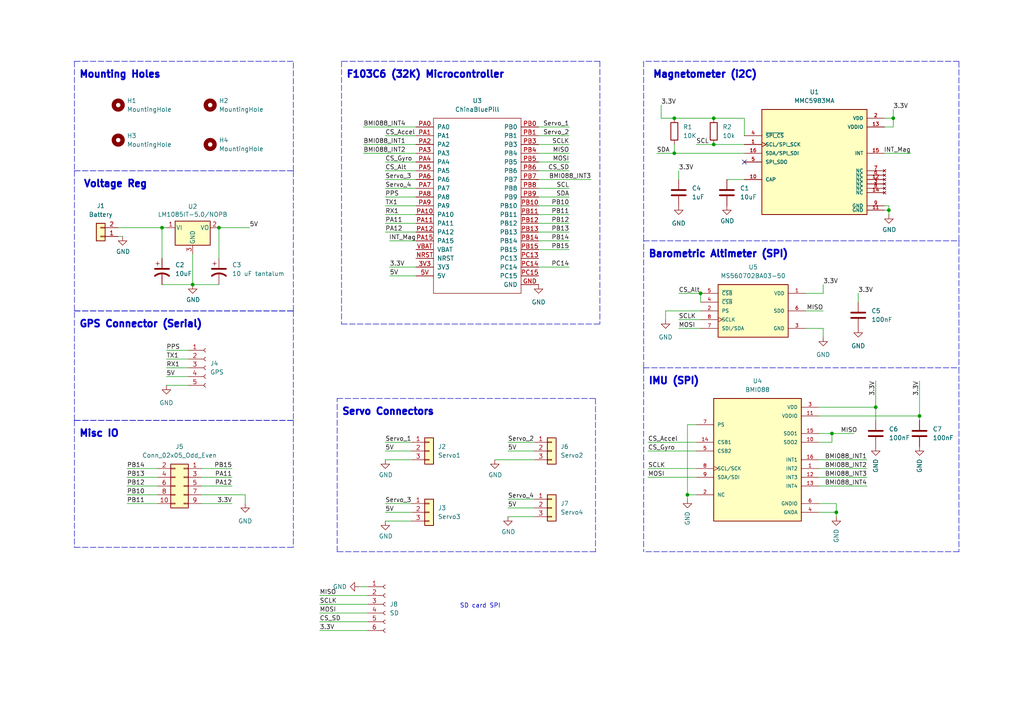
<source format=kicad_sch>
(kicad_sch (version 20211123) (generator eeschema)
  (paper "A4")
  (title_block (title "OBC"))
  (lib_symbols
    (symbol "BMI088:BMI088" (pin_names (offset 1.016))
      (property "Reference" "U" (at -12.7 18.415 0))
      (property "Value" "BMI088" (at -12.7 -20.32 0))
      (symbol "BMI088_0_0"
        (rectangle (start -12.7 -17.78) (end 12.7 17.78) (stroke (width 0.254)) (fill (type background)))
        (pin bidirectional line (at 17.78 -2.54 180) (length 5.08) (name "INT2") (number "1"))
        (pin output line (at 17.78 5.08 180) (length 5.08) (name "SDO2") (number "10"))
        (pin power_in line (at 17.78 12.7 180) (length 5.08) (name "VDDIO") (number "11"))
        (pin bidirectional line (at 17.78 -5.08 180) (length 5.08) (name "INT3") (number "12"))
        (pin bidirectional line (at 17.78 -7.62 180) (length 5.08) (name "INT4") (number "13"))
        (pin input line (at -17.78 5.08 0) (length 5.08) (name "CSB1") (number "14"))
        (pin output line (at 17.78 7.62 180) (length 5.08) (name "SDO1") (number "15"))
        (pin bidirectional line (at 17.78 0 180) (length 5.08) (name "INT1") (number "16"))
        (pin passive line (at -17.78 -10.16 0) (length 5.08) (name "NC") (number "2"))
        (pin power_in line (at 17.78 15.24 180) (length 5.08) (name "VDD") (number "3"))
        (pin power_in line (at 17.78 -15.24 180) (length 5.08) (name "GNDA") (number "4"))
        (pin input line (at -17.78 2.54 0) (length 5.08) (name "CSB2") (number "5"))
        (pin power_in line (at 17.78 -12.7 180) (length 5.08) (name "GNDIO") (number "6"))
        (pin input line (at -17.78 10.16 0) (length 5.08) (name "PS") (number "7"))
        (pin input clock (at -17.78 -2.54 0) (length 5.08) (name "SCL/SCK") (number "8"))
        (pin bidirectional line (at -17.78 -5.08 0) (length 5.08) (name "SDA/SDI") (number "9"))
      )
    )
    (symbol "Blue Pill + others:ChinaBluePill" (pin_names (offset 1.016))
      (property "Reference" "U" (at 0 2.54 0))
      (property "Value" "ChinaBluePill" (at 0 0 0))
      (symbol "ChinaBluePill_0_1"
        (rectangle (start -12.7 16.51) (end 12.7 -34.29))
      )
      (symbol "ChinaBluePill_1_1"
        (pin input line (at -17.78 -26.67 0) (length 5.08) (name "3V3") (number "3V3"))
        (pin input line (at -17.78 -29.21 0) (length 5.08) (name "5V") (number "5V"))
        (pin input line (at 17.78 -31.75 180) (length 5.08) (name "GND") (number "GND"))
        (pin input line (at -17.78 -24.13 0) (length 5.08) (name "NRST") (number "NRST"))
        (pin input line (at -17.78 13.97 0) (length 5.08) (name "PA0") (number "PA0"))
        (pin input line (at -17.78 11.43 0) (length 5.08) (name "PA1") (number "PA1"))
        (pin input line (at -17.78 -11.43 0) (length 5.08) (name "PA10") (number "PA10"))
        (pin input line (at -17.78 -13.97 0) (length 5.08) (name "PA11") (number "PA11"))
        (pin input line (at -17.78 -16.51 0) (length 5.08) (name "PA12") (number "PA12"))
        (pin input line (at -17.78 -19.05 0) (length 5.08) (name "PA15") (number "PA15"))
        (pin input line (at -17.78 8.89 0) (length 5.08) (name "PA2") (number "PA2"))
        (pin input line (at -17.78 6.35 0) (length 5.08) (name "PA3") (number "PA3"))
        (pin input line (at -17.78 3.81 0) (length 5.08) (name "PA4") (number "PA4"))
        (pin input line (at -17.78 1.27 0) (length 5.08) (name "PA5") (number "PA5"))
        (pin input line (at -17.78 -1.27 0) (length 5.08) (name "PA6") (number "PA6"))
        (pin input line (at -17.78 -3.81 0) (length 5.08) (name "PA7") (number "PA7"))
        (pin input line (at -17.78 -6.35 0) (length 5.08) (name "PA8") (number "PA8"))
        (pin input line (at -17.78 -8.89 0) (length 5.08) (name "PA9") (number "PA9"))
        (pin input line (at 17.78 13.97 180) (length 5.08) (name "PB0") (number "PB0"))
        (pin input line (at 17.78 11.43 180) (length 5.08) (name "PB1") (number "PB1"))
        (pin input line (at 17.78 -8.89 180) (length 5.08) (name "PB10") (number "PB10"))
        (pin input line (at 17.78 -11.43 180) (length 5.08) (name "PB11") (number "PB11"))
        (pin input line (at 17.78 -13.97 180) (length 5.08) (name "PB12") (number "PB12"))
        (pin input line (at 17.78 -16.51 180) (length 5.08) (name "PB13") (number "PB13"))
        (pin input line (at 17.78 -19.05 180) (length 5.08) (name "PB14") (number "PB14"))
        (pin input line (at 17.78 -21.59 180) (length 5.08) (name "PB15") (number "PB15"))
        (pin input line (at 17.78 8.89 180) (length 5.08) (name "PB3") (number "PB3"))
        (pin input line (at 17.78 6.35 180) (length 5.08) (name "PB4") (number "PB4"))
        (pin input line (at 17.78 3.81 180) (length 5.08) (name "PB5") (number "PB5"))
        (pin input line (at 17.78 1.27 180) (length 5.08) (name "PB6") (number "PB6"))
        (pin input line (at 17.78 -1.27 180) (length 5.08) (name "PB7") (number "PB7"))
        (pin input line (at 17.78 -3.81 180) (length 5.08) (name "PB8") (number "PB8"))
        (pin input line (at 17.78 -6.35 180) (length 5.08) (name "PB9") (number "PB9"))
        (pin input line (at 17.78 -24.13 180) (length 5.08) (name "PC13") (number "PC13"))
        (pin input line (at 17.78 -26.67 180) (length 5.08) (name "PC14") (number "PC14"))
        (pin input line (at 17.78 -29.21 180) (length 5.08) (name "PC15") (number "PC15"))
        (pin input line (at -17.78 -21.59 0) (length 5.08) (name "VBAT") (number "VBAT"))
      )
    )
    (symbol "Connector:Conn_01x05_Female" (pin_names (offset 1.016) hide)
      (property "Reference" "J" (at 0 7.62 0))
      (property "Value" "Conn_01x05_Female" (at 0 -7.62 0))
      (symbol "Conn_01x05_Female_1_1"
        (arc (start 0 -4.572) (mid -0.508 -5.08) (end 0 -5.588) (stroke (width 0.1524)))
        (arc (start 0 -2.032) (mid -0.508 -2.54) (end 0 -3.048) (stroke (width 0.1524)))
        (polyline (pts (xy -1.27 -5.08) (xy -0.508 -5.08)) (stroke (width 0.1524)))
        (polyline (pts (xy -1.27 -2.54) (xy -0.508 -2.54)) (stroke (width 0.1524)))
        (polyline (pts (xy -1.27 0) (xy -0.508 0)) (stroke (width 0.1524)))
        (polyline (pts (xy -1.27 2.54) (xy -0.508 2.54)) (stroke (width 0.1524)))
        (polyline (pts (xy -1.27 5.08) (xy -0.508 5.08)) (stroke (width 0.1524)))
        (arc (start 0 0.508) (mid -0.508 0) (end 0 -0.508) (stroke (width 0.1524)))
        (arc (start 0 3.048) (mid -0.508 2.54) (end 0 2.032) (stroke (width 0.1524)))
        (arc (start 0 5.588) (mid -0.508 5.08) (end 0 4.572) (stroke (width 0.1524)))
        (pin passive line (at -5.08 5.08 0) (length 3.81) (name "Pin_1") (number "1"))
        (pin passive line (at -5.08 2.54 0) (length 3.81) (name "Pin_2") (number "2"))
        (pin passive line (at -5.08 0 0) (length 3.81) (name "Pin_3") (number "3"))
        (pin passive line (at -5.08 -2.54 0) (length 3.81) (name "Pin_4") (number "4"))
        (pin passive line (at -5.08 -5.08 0) (length 3.81) (name "Pin_5") (number "5"))
      )
    )
    (symbol "Connector:Conn_01x06_Female" (pin_names (offset 1.016) hide)
      (property "Reference" "J" (at 0 7.62 0))
      (property "Value" "Conn_01x06_Female" (at 0 -10.16 0))
      (symbol "Conn_01x06_Female_1_1"
        (arc (start 0 -7.112) (mid -0.508 -7.62) (end 0 -8.128) (stroke (width 0.1524)))
        (arc (start 0 -4.572) (mid -0.508 -5.08) (end 0 -5.588) (stroke (width 0.1524)))
        (arc (start 0 -2.032) (mid -0.508 -2.54) (end 0 -3.048) (stroke (width 0.1524)))
        (polyline (pts (xy -1.27 -7.62) (xy -0.508 -7.62)) (stroke (width 0.1524)))
        (polyline (pts (xy -1.27 -5.08) (xy -0.508 -5.08)) (stroke (width 0.1524)))
        (polyline (pts (xy -1.27 -2.54) (xy -0.508 -2.54)) (stroke (width 0.1524)))
        (polyline (pts (xy -1.27 0) (xy -0.508 0)) (stroke (width 0.1524)))
        (polyline (pts (xy -1.27 2.54) (xy -0.508 2.54)) (stroke (width 0.1524)))
        (polyline (pts (xy -1.27 5.08) (xy -0.508 5.08)) (stroke (width 0.1524)))
        (arc (start 0 0.508) (mid -0.508 0) (end 0 -0.508) (stroke (width 0.1524)))
        (arc (start 0 3.048) (mid -0.508 2.54) (end 0 2.032) (stroke (width 0.1524)))
        (arc (start 0 5.588) (mid -0.508 5.08) (end 0 4.572) (stroke (width 0.1524)))
        (pin passive line (at -5.08 5.08 0) (length 3.81) (name "Pin_1") (number "1"))
        (pin passive line (at -5.08 2.54 0) (length 3.81) (name "Pin_2") (number "2"))
        (pin passive line (at -5.08 0 0) (length 3.81) (name "Pin_3") (number "3"))
        (pin passive line (at -5.08 -2.54 0) (length 3.81) (name "Pin_4") (number "4"))
        (pin passive line (at -5.08 -5.08 0) (length 3.81) (name "Pin_5") (number "5"))
        (pin passive line (at -5.08 -7.62 0) (length 3.81) (name "Pin_6") (number "6"))
      )
    )
    (symbol "Connector_Generic:Conn_01x02" (pin_names (offset 1.016) hide)
      (property "Reference" "J" (at 0 2.54 0))
      (property "Value" "Conn_01x02" (at 0 -5.08 0))
      (symbol "Conn_01x02_1_1"
        (rectangle (start -1.27 -2.413) (end 0 -2.667) (stroke (width 0.1524)))
        (rectangle (start -1.27 0.127) (end 0 -0.127) (stroke (width 0.1524)))
        (rectangle (start -1.27 1.27) (end 1.27 -3.81) (stroke (width 0.254)) (fill (type background)))
        (pin passive line (at -5.08 0 0) (length 3.81) (name "Pin_1") (number "1"))
        (pin passive line (at -5.08 -2.54 0) (length 3.81) (name "Pin_2") (number "2"))
      )
    )
    (symbol "Connector_Generic:Conn_01x03" (pin_names (offset 1.016) hide)
      (property "Reference" "J" (at 0 5.08 0))
      (property "Value" "Conn_01x03" (at 0 -5.08 0))
      (symbol "Conn_01x03_1_1"
        (rectangle (start -1.27 -2.413) (end 0 -2.667) (stroke (width 0.1524)))
        (rectangle (start -1.27 0.127) (end 0 -0.127) (stroke (width 0.1524)))
        (rectangle (start -1.27 2.667) (end 0 2.413) (stroke (width 0.1524)))
        (rectangle (start -1.27 3.81) (end 1.27 -3.81) (stroke (width 0.254)) (fill (type background)))
        (pin passive line (at -5.08 2.54 0) (length 3.81) (name "Pin_1") (number "1"))
        (pin passive line (at -5.08 0 0) (length 3.81) (name "Pin_2") (number "2"))
        (pin passive line (at -5.08 -2.54 0) (length 3.81) (name "Pin_3") (number "3"))
      )
    )
    (symbol "Connector_Generic:Conn_02x05_Odd_Even" (pin_names (offset 1.016) hide)
      (property "Reference" "J" (at 1.27 7.62 0))
      (property "Value" "Conn_02x05_Odd_Even" (at 1.27 -7.62 0))
      (symbol "Conn_02x05_Odd_Even_1_1"
        (rectangle (start -1.27 -4.953) (end 0 -5.207) (stroke (width 0.1524)))
        (rectangle (start -1.27 -2.413) (end 0 -2.667) (stroke (width 0.1524)))
        (rectangle (start -1.27 0.127) (end 0 -0.127) (stroke (width 0.1524)))
        (rectangle (start -1.27 2.667) (end 0 2.413) (stroke (width 0.1524)))
        (rectangle (start -1.27 5.207) (end 0 4.953) (stroke (width 0.1524)))
        (rectangle (start -1.27 6.35) (end 3.81 -6.35) (stroke (width 0.254)) (fill (type background)))
        (rectangle (start 3.81 -4.953) (end 2.54 -5.207) (stroke (width 0.1524)))
        (rectangle (start 3.81 -2.413) (end 2.54 -2.667) (stroke (width 0.1524)))
        (rectangle (start 3.81 0.127) (end 2.54 -0.127) (stroke (width 0.1524)))
        (rectangle (start 3.81 2.667) (end 2.54 2.413) (stroke (width 0.1524)))
        (rectangle (start 3.81 5.207) (end 2.54 4.953) (stroke (width 0.1524)))
        (pin passive line (at -5.08 5.08 0) (length 3.81) (name "Pin_1") (number "1"))
        (pin passive line (at 7.62 -5.08 180) (length 3.81) (name "Pin_10") (number "10"))
        (pin passive line (at 7.62 5.08 180) (length 3.81) (name "Pin_2") (number "2"))
        (pin passive line (at -5.08 2.54 0) (length 3.81) (name "Pin_3") (number "3"))
        (pin passive line (at 7.62 2.54 180) (length 3.81) (name "Pin_4") (number "4"))
        (pin passive line (at -5.08 0 0) (length 3.81) (name "Pin_5") (number "5"))
        (pin passive line (at 7.62 0 180) (length 3.81) (name "Pin_6") (number "6"))
        (pin passive line (at -5.08 -2.54 0) (length 3.81) (name "Pin_7") (number "7"))
        (pin passive line (at 7.62 -2.54 180) (length 3.81) (name "Pin_8") (number "8"))
        (pin passive line (at -5.08 -5.08 0) (length 3.81) (name "Pin_9") (number "9"))
      )
    )
    (symbol "Device:C" (pin_numbers hide) (pin_names (offset 0.254))
      (property "Reference" "C" (at 0.635 2.54 0))
      (property "Value" "C" (at 0.635 -2.54 0))
      (symbol "C_0_1"
        (polyline (pts (xy -2.032 -0.762) (xy 2.032 -0.762)) (stroke (width 0.508)))
        (polyline (pts (xy -2.032 0.762) (xy 2.032 0.762)) (stroke (width 0.508)))
      )
      (symbol "C_1_1"
        (pin passive line (at 0 3.81 270) (length 2.794) (name "~") (number "1"))
        (pin passive line (at 0 -3.81 90) (length 2.794) (name "~") (number "2"))
      )
    )
    (symbol "Device:C_Polarized_US" (pin_numbers hide) (pin_names (offset 0.254) hide)
      (property "Reference" "C" (at 0.635 2.54 0))
      (property "Value" "C_Polarized_US" (at 0.635 -2.54 0))
      (symbol "C_Polarized_US_0_1"
        (polyline (pts (xy -2.032 0.762) (xy 2.032 0.762)) (stroke (width 0.508)))
        (polyline (pts (xy -1.778 2.286) (xy -0.762 2.286)))
        (polyline (pts (xy -1.27 1.778) (xy -1.27 2.794)))
        (arc (start 2.032 -1.27) (mid 0 -0.5572) (end -2.032 -1.27) (stroke (width 0.508)))
      )
      (symbol "C_Polarized_US_1_1"
        (pin passive line (at 0 3.81 270) (length 2.794) (name "~") (number "1"))
        (pin passive line (at 0 -3.81 90) (length 3.302) (name "~") (number "2"))
      )
    )
    (symbol "Device:R" (pin_numbers hide) (pin_names (offset 0))
      (property "Reference" "R" (at 2.032 0 90))
      (property "Value" "R" (at 0 0 90))
      (symbol "R_0_1"
        (rectangle (start -1.016 -2.54) (end 1.016 2.54) (stroke (width 0.254)))
      )
      (symbol "R_1_1"
        (pin passive line (at 0 3.81 270) (length 1.27) (name "~") (number "1"))
        (pin passive line (at 0 -3.81 90) (length 1.27) (name "~") (number "2"))
      )
    )
    (symbol "LF15_TO220_1" (pin_names (offset 0.254))
      (property "Reference" "U4" (at 0 6.1468 0))
      (property "Value" "LF15_TO220_1" (at 0 3.8354 0))
      (symbol "LF15_TO220_1_0_1"
        (rectangle (start -5.08 1.905) (end 5.08 -5.08) (stroke (width 0.254)) (fill (type background)))
      )
      (symbol "LF15_TO220_1_1_1"
        (pin power_in line (at -7.62 0 0) (length 2.54) (name "VI") (number "1"))
        (pin power_out line (at 7.62 0 180) (length 2.54) (name "VO") (number "2"))
        (pin power_in line (at 0 -7.62 90) (length 2.54) (name "GND") (number "3"))
      )
    )
    (symbol "MMC5983MA:MMC5983MA" (pin_names (offset 1.016))
      (property "Reference" "U?" (at 0 20.32 0))
      (property "Value" "MMC5983MA" (at 0 17.78 0))
      (symbol "MMC5983MA_0_0"
        (rectangle (start -15.24 -15.24) (end 15.24 15.24) (stroke (width 0.254)) (fill (type background)))
        (pin input clock (at -20.32 5.08 0) (length 5.08) (name "SCL/SPI_SCK") (number "1"))
        (pin passive line (at -20.32 -5.08 0) (length 5.08) (name "CAP") (number "10"))
        (pin power_in line (at 20.32 -13.97 180) (length 5.08) (name "GND") (number "11"))
        (pin no_connect line (at 20.32 -5.08 180) (length 5.08) (name "NC") (number "12"))
        (pin power_in line (at 20.32 10.16 180) (length 5.08) (name "VDDIO") (number "13"))
        (pin no_connect line (at 20.32 -8.89 180) (length 5.08) (name "NC") (number "14"))
        (pin output line (at 20.32 2.54 180) (length 5.08) (name "INT") (number "15"))
        (pin bidirectional line (at -20.32 2.54 0) (length 5.08) (name "SDA/SPI_SDI") (number "16"))
        (pin power_in line (at 20.32 12.7 180) (length 5.08) (name "VDD") (number "2"))
        (pin no_connect line (at 20.32 -6.35 180) (length 5.08) (name "NC") (number "3"))
        (pin input line (at -20.32 7.62 0) (length 5.08) (name "~{SPI_CS}") (number "4"))
        (pin output line (at -20.32 0 0) (length 5.08) (name "SPI_SDO") (number "5"))
        (pin no_connect line (at 20.32 -3.81 180) (length 5.08) (name "NC") (number "6"))
        (pin no_connect line (at 20.32 -2.54 180) (length 5.08) (name "NC") (number "7"))
        (pin no_connect line (at 20.32 -7.62 180) (length 5.08) (name "NC") (number "8"))
        (pin power_in line (at 20.32 -12.7 180) (length 5.08) (name "GND") (number "9"))
      )
    )
    (symbol "MS5607-02BA03:MS560702BA03-50" (pin_names (offset 1.016))
      (property "Reference" "U?" (at 0 12.7 0))
      (property "Value" "MS560702BA03-50" (at 0 10.16 0))
      (symbol "MS560702BA03-50_0_0"
        (rectangle (start -10.16 -7.62) (end 10.16 7.62) (stroke (width 0.254)) (fill (type background)))
        (pin power_in line (at 15.24 5.08 180) (length 5.08) (name "VDD") (number "1"))
        (pin input line (at -15.24 0 0) (length 5.08) (name "PS") (number "2"))
        (pin power_in line (at 15.24 -5.08 180) (length 5.08) (name "GND") (number "3"))
        (pin input line (at -15.24 2.54 0) (length 5.08) (name "~{CSB}") (number "4"))
        (pin input line (at -15.24 5.08 0) (length 5.08) (name "~{CSB}") (number "5"))
        (pin output line (at 15.24 0 180) (length 5.08) (name "SDO") (number "6"))
        (pin bidirectional line (at -15.24 -5.08 0) (length 5.08) (name "SDI/SDA") (number "7"))
        (pin input clock (at -15.24 -2.54 0) (length 5.08) (name "SCLK") (number "8"))
      )
    )
    (symbol "Mechanical:MountingHole" (pin_names (offset 1.016))
      (property "Reference" "H" (at 0 5.08 0))
      (property "Value" "MountingHole" (at 0 3.175 0))
      (symbol "MountingHole_0_1"
        (circle (center 0 0) (radius 1.27) (stroke (width 1.27)))
      )
    )
    (symbol "power:GND" (power) (pin_names (offset 0))
      (property "Value" "GND" (at 0 -3.81 0))
      (symbol "GND_0_1"
        (polyline (pts (xy 0 0) (xy 0 -1.27) (xy 1.27 -1.27) (xy 0 -2.54) (xy -1.27 -1.27) (xy 0 -1.27)))
      )
      (symbol "GND_1_1"
        (pin power_in line (at 0 0 270) (length 0) hide (name "GND") (number "1"))
      )
    )
  )
  (junction (at 207.01 41.91))
  (junction (at 241.3 125.73))
  (junction (at 207.01 34.29))
  (junction (at 195.58 34.29))
  (junction (at 266.7 120.65))
  (junction (at 242.57 148.59))
  (junction (at 195.58 44.45))
  (junction (at 203.2 85.09))
  (junction (at 257.81 60.96))
  (junction (at 259.08 34.29))
  (junction (at 46.99 66.04))
  (junction (at 199.39 143.51))
  (junction (at 55.88 82.55))
  (junction (at 63.5 66.04))
  (junction (at 254 118.11))
  (no_connect (at 215.9 46.99))
  (wire (pts (xy 120.65 41.91) (xy 105.41 41.91)))
  (wire (pts (xy 254 110.49) (xy 254 118.11)))
  (wire (pts (xy 48.26 101.6) (xy 54.61 101.6)))
  (wire (pts (xy 111.76 54.61) (xy 120.65 54.61)))
  (wire (pts (xy 113.03 80.01) (xy 120.65 80.01)))
  (wire (pts (xy 196.85 92.71) (xy 203.2 92.71)))
  (polyline (pts (xy 85.09 49.53) (xy 85.09 17.78)))
  (wire (pts (xy 256.54 44.45) (xy 264.16 44.45)))
  (wire (pts (xy 237.49 120.65) (xy 266.7 120.65)))
  (polyline (pts (xy 278.13 160.02) (xy 186.69 160.02)))
  (wire (pts (xy 143.51 133.35) (xy 154.94 133.35)))
  (wire (pts (xy 242.57 148.59) (xy 242.57 149.86)))
  (polyline (pts (xy 97.79 115.57) (xy 172.72 115.57)))
  (wire (pts (xy 195.58 44.45) (xy 215.9 44.45)))
  (polyline (pts (xy 21.59 49.53) (xy 85.09 49.53)))
  (wire (pts (xy 111.76 133.35) (xy 119.38 133.35)))
  (wire (pts (xy 203.2 85.09) (xy 203.2 87.63)))
  (wire (pts (xy 63.5 74.93) (xy 63.5 66.04)))
  (wire (pts (xy 210.82 52.07) (xy 215.9 52.07)))
  (wire (pts (xy 187.96 138.43) (xy 201.93 138.43)))
  (wire (pts (xy 203.2 85.09) (xy 196.85 85.09)))
  (polyline (pts (xy 173.99 17.78) (xy 173.99 93.98)))
  (wire (pts (xy 55.88 73.66) (xy 55.88 82.55)))
  (wire (pts (xy 237.49 133.35) (xy 251.46 133.35)))
  (polyline (pts (xy 278.13 69.85) (xy 278.13 106.68)))
  (wire (pts (xy 201.93 41.91) (xy 207.01 41.91)))
  (wire (pts (xy 67.31 140.97) (xy 58.42 140.97)))
  (wire (pts (xy 165.1 39.37) (xy 156.21 39.37)))
  (wire (pts (xy 120.65 44.45) (xy 105.41 44.45)))
  (wire (pts (xy 92.71 180.34) (xy 106.68 180.34)))
  (wire (pts (xy 67.31 138.43) (xy 58.42 138.43)))
  (polyline (pts (xy 21.59 90.17) (xy 85.09 90.17)))
  (wire (pts (xy 238.76 95.25) (xy 238.76 97.79)))
  (polyline (pts (xy 97.79 160.02) (xy 97.79 115.57)))
  (wire (pts (xy 147.32 128.27) (xy 154.94 128.27)))
  (wire (pts (xy 195.58 34.29) (xy 191.77 34.29)))
  (wire (pts (xy 233.68 95.25) (xy 238.76 95.25)))
  (wire (pts (xy 156.21 59.69) (xy 165.1 59.69)))
  (wire (pts (xy 111.76 148.59) (xy 119.38 148.59)))
  (wire (pts (xy 156.21 72.39) (xy 165.1 72.39)))
  (wire (pts (xy 203.2 90.17) (xy 193.04 90.17)))
  (wire (pts (xy 113.03 77.47) (xy 120.65 77.47)))
  (polyline (pts (xy 21.59 121.92) (xy 85.09 121.92)))
  (polyline (pts (xy 99.06 93.98) (xy 173.99 93.98)))
  (wire (pts (xy 237.49 140.97) (xy 251.46 140.97)))
  (wire (pts (xy 156.21 69.85) (xy 165.1 69.85)))
  (wire (pts (xy 259.08 34.29) (xy 256.54 34.29)))
  (polyline (pts (xy 278.13 106.68) (xy 278.13 160.02)))
  (wire (pts (xy 147.32 147.32) (xy 154.94 147.32)))
  (wire (pts (xy 45.72 143.51) (xy 36.83 143.51)))
  (wire (pts (xy 196.85 95.25) (xy 203.2 95.25)))
  (wire (pts (xy 199.39 123.19) (xy 199.39 143.51)))
  (wire (pts (xy 165.1 49.53) (xy 156.21 49.53)))
  (wire (pts (xy 199.39 143.51) (xy 201.93 143.51)))
  (wire (pts (xy 237.49 146.05) (xy 242.57 146.05)))
  (wire (pts (xy 266.7 110.49) (xy 266.7 120.65)))
  (wire (pts (xy 238.76 82.55) (xy 238.76 85.09)))
  (polyline (pts (xy 21.59 17.78) (xy 21.59 49.53)))
  (wire (pts (xy 111.76 62.23) (xy 120.65 62.23)))
  (wire (pts (xy 187.96 135.89) (xy 201.93 135.89)))
  (wire (pts (xy 113.03 69.85) (xy 120.65 69.85)))
  (wire (pts (xy 207.01 41.91) (xy 215.9 41.91)))
  (wire (pts (xy 266.7 120.65) (xy 266.7 121.92)))
  (wire (pts (xy 111.76 49.53) (xy 120.65 49.53)))
  (polyline (pts (xy 21.59 49.53) (xy 85.09 49.53)))
  (wire (pts (xy 215.9 39.37) (xy 215.9 34.29)))
  (wire (pts (xy 92.71 175.26) (xy 106.68 175.26)))
  (wire (pts (xy 45.72 138.43) (xy 36.83 138.43)))
  (polyline (pts (xy 21.59 49.53) (xy 21.59 90.17)))
  (polyline (pts (xy 85.09 121.92) (xy 85.09 158.75)))
  (wire (pts (xy 187.96 130.81) (xy 201.93 130.81)))
  (polyline (pts (xy 85.09 121.92) (xy 21.59 121.92)))
  (wire (pts (xy 237.49 135.89) (xy 251.46 135.89)))
  (polyline (pts (xy 186.69 106.68) (xy 278.13 106.68)))
  (wire (pts (xy 45.72 135.89) (xy 36.83 135.89)))
  (polyline (pts (xy 21.59 158.75) (xy 85.09 158.75)))
  (wire (pts (xy 63.5 66.04) (xy 72.39 66.04)))
  (wire (pts (xy 156.21 52.07) (xy 171.45 52.07)))
  (polyline (pts (xy 21.59 90.17) (xy 85.09 90.17)))
  (wire (pts (xy 156.21 67.31) (xy 165.1 67.31)))
  (wire (pts (xy 190.5 44.45) (xy 195.58 44.45)))
  (wire (pts (xy 193.04 90.17) (xy 193.04 92.71)))
  (wire (pts (xy 259.08 36.83) (xy 259.08 34.29)))
  (wire (pts (xy 120.65 36.83) (xy 105.41 36.83)))
  (wire (pts (xy 111.76 39.37) (xy 120.65 39.37)))
  (wire (pts (xy 58.42 146.05) (xy 67.31 146.05)))
  (wire (pts (xy 46.99 66.04) (xy 46.99 74.93)))
  (wire (pts (xy 195.58 41.91) (xy 195.58 44.45)))
  (polyline (pts (xy 21.59 121.92) (xy 21.59 158.75)))
  (wire (pts (xy 257.81 60.96) (xy 257.81 62.23)))
  (wire (pts (xy 156.21 64.77) (xy 165.1 64.77)))
  (polyline (pts (xy 173.99 17.78) (xy 99.06 17.78)))
  (wire (pts (xy 187.96 128.27) (xy 201.93 128.27)))
  (polyline (pts (xy 99.06 17.78) (xy 99.06 93.98)))
  (wire (pts (xy 111.76 130.81) (xy 119.38 130.81)))
  (wire (pts (xy 111.76 67.31) (xy 120.65 67.31)))
  (wire (pts (xy 256.54 59.69) (xy 257.81 59.69)))
  (wire (pts (xy 92.71 177.8) (xy 106.68 177.8)))
  (wire (pts (xy 254 121.92) (xy 254 118.11)))
  (wire (pts (xy 248.92 85.09) (xy 248.92 87.63)))
  (wire (pts (xy 111.76 151.13) (xy 119.38 151.13)))
  (wire (pts (xy 196.85 49.53) (xy 196.85 52.07)))
  (wire (pts (xy 111.76 146.05) (xy 119.38 146.05)))
  (wire (pts (xy 238.76 90.17) (xy 233.68 90.17)))
  (polyline (pts (xy 21.59 121.92) (xy 21.59 90.17)))
  (polyline (pts (xy 172.72 115.57) (xy 172.72 160.02)))
  (wire (pts (xy 256.54 60.96) (xy 257.81 60.96)))
  (wire (pts (xy 111.76 52.07) (xy 120.65 52.07)))
  (wire (pts (xy 111.76 128.27) (xy 119.38 128.27)))
  (wire (pts (xy 241.3 125.73) (xy 241.3 128.27)))
  (wire (pts (xy 156.21 54.61) (xy 165.1 54.61)))
  (wire (pts (xy 199.39 143.51) (xy 199.39 144.78)))
  (wire (pts (xy 45.72 146.05) (xy 36.83 146.05)))
  (polyline (pts (xy 186.69 17.78) (xy 186.69 69.85)))
  (wire (pts (xy 55.88 82.55) (xy 63.5 82.55)))
  (wire (pts (xy 165.1 41.91) (xy 156.21 41.91)))
  (wire (pts (xy 34.29 66.04) (xy 46.99 66.04)))
  (wire (pts (xy 191.77 30.48) (xy 191.77 34.29)))
  (wire (pts (xy 237.49 128.27) (xy 241.3 128.27)))
  (wire (pts (xy 237.49 125.73) (xy 241.3 125.73)))
  (wire (pts (xy 165.1 46.99) (xy 156.21 46.99)))
  (wire (pts (xy 92.71 172.72) (xy 106.68 172.72)))
  (wire (pts (xy 207.01 34.29) (xy 215.9 34.29)))
  (polyline (pts (xy 278.13 69.85) (xy 278.13 17.78)))
  (wire (pts (xy 46.99 66.04) (xy 48.26 66.04)))
  (polyline (pts (xy 278.13 17.78) (xy 186.69 17.78)))
  (wire (pts (xy 48.26 106.68) (xy 54.61 106.68)))
  (wire (pts (xy 48.26 109.22) (xy 54.61 109.22)))
  (wire (pts (xy 92.71 182.88) (xy 106.68 182.88)))
  (wire (pts (xy 147.32 130.81) (xy 154.94 130.81)))
  (wire (pts (xy 201.93 123.19) (xy 199.39 123.19)))
  (wire (pts (xy 111.76 64.77) (xy 120.65 64.77)))
  (wire (pts (xy 120.65 46.99) (xy 111.76 46.99)))
  (polyline (pts (xy 85.09 90.17) (xy 85.09 49.53)))
  (wire (pts (xy 237.49 148.59) (xy 242.57 148.59)))
  (wire (pts (xy 48.26 111.76) (xy 54.61 111.76)))
  (polyline (pts (xy 186.69 106.68) (xy 186.69 69.85)))
  (wire (pts (xy 104.14 170.18) (xy 106.68 170.18)))
  (wire (pts (xy 165.1 36.83) (xy 156.21 36.83)))
  (wire (pts (xy 237.49 138.43) (xy 251.46 138.43)))
  (wire (pts (xy 259.08 31.75) (xy 259.08 34.29)))
  (wire (pts (xy 58.42 143.51) (xy 71.12 143.51)))
  (wire (pts (xy 156.21 62.23) (xy 165.1 62.23)))
  (wire (pts (xy 46.99 82.55) (xy 55.88 82.55)))
  (wire (pts (xy 58.42 135.89) (xy 67.31 135.89)))
  (polyline (pts (xy 172.72 160.02) (xy 97.79 160.02)))
  (polyline (pts (xy 21.59 17.78) (xy 85.09 17.78)))
  (wire (pts (xy 256.54 36.83) (xy 259.08 36.83)))
  (wire (pts (xy 257.81 59.69) (xy 257.81 60.96)))
  (wire (pts (xy 48.26 104.14) (xy 54.61 104.14)))
  (wire (pts (xy 111.76 59.69) (xy 120.65 59.69)))
  (wire (pts (xy 147.32 149.86) (xy 154.94 149.86)))
  (polyline (pts (xy 85.09 90.17) (xy 85.09 121.92)))
  (wire (pts (xy 34.29 68.58) (xy 35.56 68.58)))
  (wire (pts (xy 242.57 146.05) (xy 242.57 148.59)))
  (wire (pts (xy 241.3 125.73) (xy 247.65 125.73)))
  (wire (pts (xy 233.68 85.09) (xy 238.76 85.09)))
  (wire (pts (xy 156.21 57.15) (xy 165.1 57.15)))
  (wire (pts (xy 165.1 44.45) (xy 156.21 44.45)))
  (wire (pts (xy 147.32 144.78) (xy 154.94 144.78)))
  (polyline (pts (xy 186.69 69.85) (xy 278.13 69.85)))
  (wire (pts (xy 195.58 34.29) (xy 207.01 34.29)))
  (wire (pts (xy 237.49 118.11) (xy 254 118.11)))
  (polyline (pts (xy 186.69 106.68) (xy 186.69 160.02)))
  (wire (pts (xy 111.76 57.15) (xy 120.65 57.15)))
  (wire (pts (xy 45.72 140.97) (xy 36.83 140.97)))
  (wire (pts (xy 71.12 143.51) (xy 71.12 146.05)))
  (wire (pts (xy 156.21 77.47) (xy 165.1 77.47)))
  (text "Mounting Holes\n" (at 22.86 22.86 0) (effects (font (size 2 2) (thickness 0.6) bold) (justify left bottom)))
  (text "SD card SPI\n" (at 133.35 176.53 0) (effects (font (size 1.27 1.27)) (justify left bottom)))
  (text "Magnetometer (i2C)\n" (at 189.23 22.86 0) (effects (font (size 2 2) (thickness 0.6) bold) (justify left bottom)))
  (text "IMU (SPI)\n" (at 187.96 111.76 0) (effects (font (size 2 2) (thickness 0.6) bold) (justify left bottom)))
  (text "Voltage Reg\n" (at 24.13 54.61 0) (effects (font (size 2 2) (thickness 0.6) bold) (justify left bottom)))
  (text "Servo Connectors\n" (at 99.06 120.65 0) (effects (font (size 2 2) (thickness 0.6) bold) (justify left bottom)))
  (text "Misc IO\n" (at 22.86 127 0) (effects (font (size 2 2) (thickness 0.6) bold) (justify left bottom)))
  (text "GPS Connector (Serial)" (at 22.86 95.25 0) (effects (font (size 2 2) (thickness 0.6) bold) (justify left bottom)))
  (text "Barometric Altimeter (SPI)\n" (at 187.96 74.93 0) (effects (font (size 2 2) (thickness 0.6) bold) (justify left bottom)))
  (text "F103C6 (32K) Microcontroller \n" (at 100.33 22.86 0) (effects (font (size 2 2) (thickness 0.6) bold) (justify left bottom)))
  (label "PB15" (at 67.31 135.89 180))
  (label "5V" (at 111.76 148.59 0))
  (label "INT_Mag" (at 120.65 69.85 180))
  (label "CS_Gyro" (at 187.96 130.81 0))
  (label "RX1" (at 48.26 106.68 0))
  (label "Servo_2" (at 165.1 39.37 180))
  (label "3.3V" (at 238.76 82.55 0))
  (label "Servo_4" (at 111.76 54.61 0))
  (label "PA11" (at 67.31 138.43 180))
  (label "PB13" (at 36.83 138.43 0))
  (label "MOSI" (at 187.96 138.43 0))
  (label "5V" (at 113.03 80.01 0))
  (label "3.3V" (at 196.85 49.53 0))
  (label "CS_Alt" (at 111.76 49.53 0))
  (label "BMI088_INT2" (at 251.46 135.89 180))
  (label "CS_Gyro" (at 111.76 46.99 0))
  (label "3.3V" (at 259.08 31.75 0))
  (label "5V" (at 147.32 147.32 0))
  (label "Servo_3" (at 111.76 52.07 0))
  (label "3.3V" (at 92.71 182.88 0))
  (label "3.3V" (at 67.31 146.05 180))
  (label "PB11" (at 165.1 62.23 180))
  (label "SCL" (at 165.1 54.61 180))
  (label "MOSI" (at 92.71 177.8 0))
  (label "3.3V" (at 191.77 30.48 0))
  (label "5V" (at 147.32 130.81 0))
  (label "CS_SD" (at 92.71 180.34 0))
  (label "BMI088_INT3" (at 251.46 138.43 180))
  (label "CS_Accel" (at 111.76 39.37 0))
  (label "Servo_2" (at 147.32 128.27 0))
  (label "SCL" (at 201.93 41.91 0))
  (label "SCLK" (at 187.96 135.89 0))
  (label "3.3V" (at 254 110.49 270))
  (label "PA11" (at 111.76 64.77 0))
  (label "3.3V" (at 113.03 77.47 0))
  (label "SDA" (at 165.1 57.15 180))
  (label "BMI088_INT1" (at 251.46 133.35 180))
  (label "INT_Mag" (at 264.16 44.45 180))
  (label "BMI088_INT4" (at 105.41 36.83 0))
  (label "PB10" (at 165.1 59.69 180))
  (label "SCLK" (at 165.1 41.91 180))
  (label "TX1" (at 111.76 59.69 0))
  (label "PPS" (at 111.76 57.15 0))
  (label "5V" (at 72.39 66.04 0))
  (label "BMI088_INT3" (at 171.45 52.07 180))
  (label "Servo_3" (at 111.76 146.05 0))
  (label "5V" (at 48.26 109.22 0))
  (label "SCLK" (at 196.85 92.71 0))
  (label "BMI088_INT1" (at 105.41 41.91 0))
  (label "CS_SD" (at 165.1 49.53 180))
  (label "MISO" (at 165.1 44.45 180))
  (label "Servo_1" (at 165.1 36.83 180))
  (label "PB12" (at 165.1 64.77 180))
  (label "SDA" (at 190.5 44.45 0))
  (label "MOSI" (at 196.85 95.25 0))
  (label "Servo_4" (at 147.32 144.78 0))
  (label "PB10" (at 36.83 143.51 0))
  (label "SCLK" (at 92.71 175.26 0))
  (label "MISO" (at 92.71 172.72 0))
  (label "MOSI" (at 165.1 46.99 180))
  (label "PB11" (at 36.83 146.05 0))
  (label "PB14" (at 36.83 135.89 0))
  (label "CS_Accel" (at 187.96 128.27 0))
  (label "MISO" (at 243.84 125.73 0))
  (label "BMI088_INT4" (at 251.46 140.97 180))
  (label "TX1" (at 48.26 104.14 0))
  (label "PPS" (at 48.26 101.6 0))
  (label "MISO" (at 238.76 90.17 180))
  (label "3.3V" (at 248.92 85.09 0))
  (label "PA12" (at 67.31 140.97 180))
  (label "PC14" (at 165.1 77.47 180))
  (label "3.3V" (at 266.7 110.49 270))
  (label "RX1" (at 111.76 62.23 0))
  (label "Servo_1" (at 111.76 128.27 0))
  (label "PB12" (at 36.83 140.97 0))
  (label "PA12" (at 111.76 67.31 0))
  (label "5V" (at 111.76 130.81 0))
  (label "PB15" (at 165.1 72.39 180))
  (label "BMI088_INT2" (at 105.41 44.45 0))
  (label "CS_Alt" (at 196.85 85.09 0))
  (label "PB14" (at 165.1 69.85 180))
  (label "PB13" (at 165.1 67.31 180))
  (symbol (lib_id "power:GND") (at 196.85 59.69 0) (unit 1)
    (property "Reference" "#PWR05" (effects hide))
    (property "Value" "GND" (at 196.85 64.77 0))
  )
  (symbol (lib_id "Connector_Generic:Conn_01x02") (at 29.21 68.58 180) (unit 1)
    (property "Reference" "J1" (at 29.21 59.69 0))
    (property "Value" "Battery " (at 29.21 62.23 0))
    (property "Footprint" "Connector_AMASS:AMASS_XT60-M_1x02_P7.20mm_Vertical" (effects hide))
  )
  (symbol (lib_id "power:GND") (at 210.82 59.69 0) (unit 1)
    (property "Reference" "#PWR01" (effects hide))
    (property "Value" "GND" (at 210.947 64.0842 0))
  )
  (symbol (lib_id "Device:C") (at 196.85 55.88 0) (unit 1)
    (property "Reference" "C4" (at 200.66 54.6099 0) (effects (justify left)))
    (property "Value" "1uF" (at 200.66 57.1499 0) (effects (justify left)))
    (property "Footprint" "Capacitor_SMD:C_0603_1608Metric" (effects hide))
  )
  (symbol (lib_id "Device:R") (at 207.01 38.1 0) (unit 1)
    (property "Reference" "R2" (at 209.55 36.8299 0) (effects (justify left)))
    (property "Value" "10k" (at 209.55 39.3699 0) (effects (justify left)))
    (property "Footprint" "Resistor_SMD:R_0402_1005Metric" (effects hide))
  )
  (symbol (lib_id "power:GND") (at 248.92 95.25 0) (unit 1)
    (property "Reference" "#PWR017" (effects hide))
    (property "Value" "GND" (at 248.92 100.33 0))
  )
  (symbol (lib_id "power:GND") (at 48.26 111.76 0) (unit 1)
    (property "Reference" "#PWR08" (effects hide))
    (property "Value" "GND" (at 48.26 116.84 0))
  )
  (symbol (lib_id "power:GND") (at 242.57 149.86 0) (unit 1)
    (property "Reference" "#PWR016" (effects hide))
    (property "Value" "GND" (at 242.57 157.48 90) (effects (justify left)))
  )
  (symbol (lib_name "LF15_TO220_1") (lib_id "Regulator_Linear:LF15_TO220") (at 55.88 66.04 0) (unit 1)
    (property "Reference" "U2" (at 55.88 59.8932 0))
    (property "Value" "LM1085IT-5.0/NOPB" (at 55.88 62.2046 0))
    (property "Footprint" "Package_TO_SOT_THT:TO-220-3_Vertical" (effects hide))
    (property "Datasheet" "https://www.ti.com/lit/ds/symlink/lm1085.pdf?HQS=dis-dk-null-digikeymode-dsf-pf-null-wwe&ts=1665895230386&ref_url=https%253A%252F%252Fwww.ti.com%252Fgeneral%252Fdocs%252Fsuppproductinfo.tsp%253FdistId%253D10%2526gotoUrl%253Dhttps%253A%252F%252Fwww.ti.com%252Flit%252Fgpn%252Flm1085" (effects hide))
  )
  (symbol (lib_id "BMI088:BMI088") (at 219.71 133.35 0) (unit 1)
    (property "Reference" "U4" (at 219.71 110.49 0))
    (property "Value" "BMI088" (at 219.71 113.03 0))
    (property "Footprint" "BMI088:PQFN50P450X300X100-16N" (effects hide))
    (property "MF" "Bosch Sensortec" (effects hide))
    (property "PURCHASE-URL" "https://pricing.snapeda.com/search/part/BMI088/?ref=eda" (effects hide))
    (property "DESCRIPTION" "Accelerometer, Gyroscope, 6 Axis Sensor I²C, SPI Output" (effects hide))
    (property "PRICE" "None" (effects hide))
    (property "MP" "BMI088" (effects hide))
    (property "AVAILABILITY" "In Stock" (effects hide))
    (property "PACKAGE" "VFLGA-16 Bosch Sensortec" (effects hide))
  )
  (symbol (lib_id "Connector:Conn_01x05_Female") (at 59.69 106.68 0) (unit 1)
    (property "Reference" "J4" (at 60.96 105.4099 0) (effects (justify left)))
    (property "Value" "GPS" (at 60.96 107.9499 0) (effects (justify left)))
    (property "Footprint" "Connector_JST:JST_EH_B5B-EH-A_1x05_P2.50mm_Vertical" (effects hide))
  )
  (symbol (lib_id "Connector_Generic:Conn_01x03") (at 160.02 147.32 0) (unit 1)
    (property "Reference" "J7" (at 162.56 146.0499 0) (effects (justify left)))
    (property "Value" "Servo4" (at 162.56 148.5899 0) (effects (justify left)))
    (property "Footprint" "Connector_PinHeader_2.54mm:PinHeader_1x03_P2.54mm_Vertical" (effects hide))
  )
  (symbol (lib_id "Device:C") (at 210.82 55.88 0) (unit 1)
    (property "Reference" "C1" (at 214.63 54.6099 0) (effects (justify left)))
    (property "Value" "10uF" (at 214.63 57.1499 0) (effects (justify left)))
    (property "Footprint" "Capacitor_SMD:C_0603_1608Metric" (effects hide))
  )
  (symbol (lib_id "power:GND") (at 238.76 97.79 0) (unit 1)
    (property "Reference" "#PWR015" (effects hide))
    (property "Value" "GND" (at 238.76 102.87 0))
  )
  (symbol (lib_id "Device:C_Polarized_US") (at 46.99 78.74 0) (unit 1)
    (property "Reference" "C2" (at 50.8 76.8349 0) (effects (justify left)))
    (property "Value" "10uF" (at 50.8 79.3749 0) (effects (justify left)))
    (property "Footprint" "Capacitor_SMD:C_0603_1608Metric" (effects hide))
  )
  (symbol (lib_id "MS5607-02BA03:MS560702BA03-50") (at 218.44 90.17 0) (unit 1)
    (property "Reference" "U5" (at 218.44 77.47 0))
    (property "Value" "MS560702BA03-50" (at 218.44 80.01 0))
    (property "Footprint" "MS5607-02BA03:SON125P300X500X100-8N" (effects hide))
    (property "EU_RoHS_Compliance" "Compliant" (effects hide))
    (property "Comment" "MS560702BA03-50" (effects hide))
  )
  (symbol (lib_id "Connector_Generic:Conn_02x05_Odd_Even") (at 53.34 140.97 0) (mirror y) (unit 1)
    (property "Reference" "J5" (at 52.07 129.54 0))
    (property "Value" "Conn_02x05_Odd_Even" (at 52.07 132.08 0))
    (property "Footprint" "Connector_PinSocket_2.54mm:PinSocket_2x05_P2.54mm_Vertical" (effects hide))
  )
  (symbol (lib_id "power:GND") (at 193.04 92.71 0) (unit 1)
    (property "Reference" "#PWR012" (effects hide))
    (property "Value" "GND" (at 193.04 97.79 0))
  )
  (symbol (lib_id "Connector_Generic:Conn_01x03") (at 124.46 130.81 0) (unit 1)
    (property "Reference" "J2" (at 127 129.5399 0) (effects (justify left)))
    (property "Value" "Servo1" (at 127 132.0799 0) (effects (justify left)))
    (property "Footprint" "Connector_PinHeader_2.54mm:PinHeader_1x03_P2.54mm_Vertical" (effects hide))
  )
  (symbol (lib_id "power:GND") (at 71.12 146.05 0) (unit 1)
    (property "Reference" "#PWR0101" (effects hide))
    (property "Value" "GND" (at 71.12 151.13 0))
  )
  (symbol (lib_id "power:GND") (at 156.21 82.55 0) (unit 1)
    (property "Reference" "#PWR011" (effects hide))
    (property "Value" "GND" (at 156.21 87.63 0))
  )
  (symbol (lib_id "Device:C_Polarized_US") (at 63.5 78.74 0) (unit 1)
    (property "Reference" "C3" (at 67.31 76.8349 0) (effects (justify left)))
    (property "Value" "10 uF tantalum" (at 67.31 79.3749 0) (effects (justify left)))
    (property "Footprint" "Capacitor_SMD:C_0603_1608Metric" (effects hide))
  )
  (symbol (lib_id "Device:C") (at 248.92 91.44 0) (unit 1)
    (property "Reference" "C5" (at 252.73 90.1699 0) (effects (justify left)))
    (property "Value" "100nF" (at 252.73 92.7099 0) (effects (justify left)))
    (property "Footprint" "Capacitor_SMD:C_0603_1608Metric" (effects hide))
  )
  (symbol (lib_id "power:GND") (at 35.56 68.58 0) (unit 1)
    (property "Reference" "#PWR02" (effects hide))
    (property "Value" "GND" (at 35.687 72.9742 0))
  )
  (symbol (lib_id "power:GND") (at 257.81 62.23 0) (unit 1)
    (property "Reference" "#PWR04" (effects hide))
    (property "Value" "GND" (at 257.937 66.6242 0))
  )
  (symbol (lib_id "Device:C") (at 254 125.73 0) (unit 1)
    (property "Reference" "C6" (at 257.81 124.4599 0) (effects (justify left)))
    (property "Value" "100nF" (at 257.81 126.9999 0) (effects (justify left)))
    (property "Footprint" "Capacitor_SMD:C_0603_1608Metric" (effects hide))
  )
  (symbol (lib_id "power:GND") (at 111.76 133.35 0) (unit 1)
    (property "Reference" "#PWR06" (effects hide))
    (property "Value" "GND" (at 111.887 137.7442 0))
  )
  (symbol (lib_id "Connector:Conn_01x06_Female") (at 111.76 175.26 0) (unit 1)
    (property "Reference" "J8" (at 113.03 175.2599 0) (effects (justify left)))
    (property "Value" "SD" (at 113.03 177.7999 0) (effects (justify left)))
    (property "Footprint" "Connector_PinSocket_2.54mm:PinSocket_1x06_P2.54mm_Vertical" (effects hide))
  )
  (symbol (lib_id "power:GND") (at 104.14 170.18 270) (unit 1)
    (property "Reference" "#PWR014" (effects hide))
    (property "Value" "GND" (at 96.52 170.18 90) (effects (justify left)))
  )
  (symbol (lib_id "Device:C") (at 266.7 125.73 0) (unit 1)
    (property "Reference" "C7" (at 270.51 124.4599 0) (effects (justify left)))
    (property "Value" "100nF" (at 270.51 126.9999 0) (effects (justify left)))
    (property "Footprint" "Capacitor_SMD:C_0603_1608Metric" (effects hide))
  )
  (symbol (lib_id "MMC5983MA:MMC5983MA") (at 236.22 46.99 0) (unit 1)
    (property "Reference" "U1" (at 236.22 26.67 0))
    (property "Value" "MMC5983MA" (at 236.22 29.21 0))
    (property "Footprint" "MMC5983MA:PQFN50P300X300X100-16N" (effects hide))
    (property "MANUFACTURER" "Memsic Inc." (effects hide))
    (property "STANDARD" "IPC 7351B" (effects hide))
    (property "PARTREV" "A" (effects hide))
    (property "MAXIMUM_PACKAGE_HEIGHT" "1.00 mm" (effects hide))
  )
  (symbol (lib_id "Connector_Generic:Conn_01x03") (at 124.46 148.59 0) (unit 1)
    (property "Reference" "J3" (at 127 147.3199 0) (effects (justify left)))
    (property "Value" "Servo3" (at 127 149.8599 0) (effects (justify left)))
    (property "Footprint" "Connector_PinHeader_2.54mm:PinHeader_1x03_P2.54mm_Vertical" (effects hide))
  )
  (symbol (lib_id "power:GND") (at 254 129.54 0) (unit 1)
    (property "Reference" "#PWR018" (effects hide))
    (property "Value" "GND" (at 254 137.16 90) (effects (justify left)))
  )
  (symbol (lib_id "Mechanical:MountingHole") (at 60.96 41.91 0) (unit 1)
    (property "Reference" "H4" (at 63.5 40.6399 0) (effects (justify left)))
    (property "Value" "MountingHole" (at 63.5 43.1799 0) (effects (justify left)))
    (property "Footprint" "MountingHole:MountingHole_3.2mm_M3" (effects hide))
  )
  (symbol (lib_id "Connector_Generic:Conn_01x03") (at 160.02 130.81 0) (unit 1)
    (property "Reference" "J6" (at 162.56 129.5399 0) (effects (justify left)))
    (property "Value" "Servo2" (at 162.56 132.0799 0) (effects (justify left)))
    (property "Footprint" "Connector_PinHeader_2.54mm:PinHeader_1x03_P2.54mm_Vertical" (effects hide))
  )
  (symbol (lib_id "Blue Pill + others:ChinaBluePill") (at 138.43 50.8 0) (unit 1)
    (property "Reference" "U3" (at 138.43 29.21 0))
    (property "Value" "ChinaBluePill" (at 138.43 31.75 0))
    (property "Footprint" "Blue Pill + others:ChinaBluePill" (effects hide))
  )
  (symbol (lib_id "Mechanical:MountingHole") (at 60.96 30.48 0) (unit 1)
    (property "Reference" "H2" (at 63.5 29.2099 0) (effects (justify left)))
    (property "Value" "MountingHole" (at 63.5 31.7499 0) (effects (justify left)))
    (property "Footprint" "MountingHole:MountingHole_3.2mm_M3" (effects hide))
  )
  (symbol (lib_id "power:GND") (at 147.32 149.86 0) (unit 1)
    (property "Reference" "#PWR010" (effects hide))
    (property "Value" "GND" (at 147.447 154.2542 0))
  )
  (symbol (lib_id "Mechanical:MountingHole") (at 34.29 30.48 0) (unit 1)
    (property "Reference" "H1" (at 36.83 29.2099 0) (effects (justify left)))
    (property "Value" "MountingHole" (at 36.83 31.7499 0) (effects (justify left)))
    (property "Footprint" "MountingHole:MountingHole_3.2mm_M3" (effects hide))
  )
  (symbol (lib_id "power:GND") (at 266.7 129.54 0) (unit 1)
    (property "Reference" "#PWR019" (effects hide))
    (property "Value" "GND" (at 266.7 137.16 90) (effects (justify left)))
  )
  (symbol (lib_id "Mechanical:MountingHole") (at 34.29 40.64 0) (unit 1)
    (property "Reference" "H3" (at 36.83 39.3699 0) (effects (justify left)))
    (property "Value" "MountingHole" (at 36.83 41.9099 0) (effects (justify left)))
    (property "Footprint" "MountingHole:MountingHole_3.2mm_M3" (effects hide))
  )
  (symbol (lib_id "Device:R") (at 195.58 38.1 0) (unit 1)
    (property "Reference" "R1" (at 198.12 36.8299 0) (effects (justify left)))
    (property "Value" "10K" (at 198.12 39.3699 0) (effects (justify left)))
    (property "Footprint" "Resistor_SMD:R_0402_1005Metric" (effects hide))
  )
  (symbol (lib_id "power:GND") (at 199.39 144.78 0) (unit 1)
    (property "Reference" "#PWR013" (effects hide))
    (property "Value" "GND" (at 199.39 152.4 90) (effects (justify left)))
  )
  (symbol (lib_id "power:GND") (at 111.76 151.13 0) (unit 1)
    (property "Reference" "#PWR07" (effects hide))
    (property "Value" "GND" (at 111.887 155.5242 0))
  )
  (symbol (lib_id "power:GND") (at 55.88 82.55 0) (unit 1)
    (property "Reference" "#PWR03" (effects hide))
    (property "Value" "GND" (at 56.007 86.9442 0))
  )
  (symbol (lib_id "power:GND") (at 143.51 133.35 0) (unit 1)
    (property "Reference" "#PWR09" (effects hide))
    (property "Value" "GND" (at 143.637 137.7442 0))
  )
)
</source>
